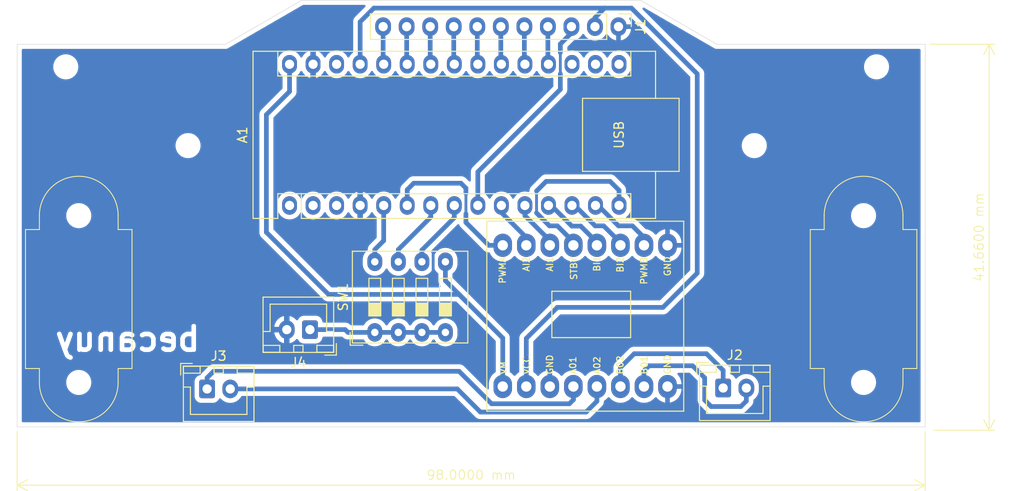
<source format=kicad_pcb>
(kicad_pcb (version 20241229) (generator "pcbnew") (generator_version "9.0")
  (layers (0 "F.Cu" signal) (2 "B.Cu" signal) (13 "F.Paste" user) (15 "B.Paste" user) (5 "F.SilkS" user "F.Silkscreen") (7 "B.SilkS" user "B.Silkscreen") (1 "F.Mask" user) (3 "B.Mask" user) (25 "Edge.Cuts" user))
  (net 0 "")
  (net 1 "GND")
  (net 2 "SW2")
  (net 3 "SENSOR5")
  (net 4 "AIN1")
  (net 5 "SENSOR3")
  (net 6 "BIN1")
  (net 7 "PWMA")
  (net 8 "BIN2")
  (net 9 "PWMB")
  (net 10 "SW1")
  (net 11 "SENSOR1")
  (net 12 "SENSOR2")
  (net 13 "5V")
  (net 14 "LED_CTRL")
  (net 15 "SENSOR7")
  (net 16 "POWER_SW")
  (net 17 "AIN2")
  (net 18 "SENSOR6")
  (net 19 "SENSOR8")
  (net 20 "SW3")
  (net 21 "SENSOR4")
  (net 22 "MOTORB2")
  (net 23 "MOTORB1")
  (net 24 "MOTORA2")
  (net 25 "MOTORA1")
  (net 33 "STBY")
  (net 34 "7.4V")
  (footprint "Connector_JST:JST_XH_B2B-XH-A_1x02_P2.50mm_Vertical" (layer "F.Cu") (at 206.8 248.57)
    (property "Reference" "J3" (at 1.25 -3.55 0) (layer "F.SilkS"))
    (property "Value" "Conn_01x02_Pin" (hide yes))
    (fp_line (start -2.85 -2.75) (end -2.85 -1.5) (stroke (width 0.12)) (layer "F.SilkS"))
    (fp_line (start -2.56 -2.46) (end -2.56 3.51) (stroke (width 0.12)) (layer "F.SilkS"))
    (fp_line (start -2.56 3.51) (end 5.06 3.51) (stroke (width 0.12)) (layer "F.SilkS"))
    (fp_line (start -2.55 -2.45) (end -2.55 -1.7) (stroke (width 0.12)) (layer "F.SilkS"))
    (fp_line (start -2.55 -1.7) (end -0.75 -1.7) (stroke (width 0.12)) (layer "F.SilkS"))
    (fp_line (start -2.55 -0.2) (end -1.8 -0.2) (stroke (width 0.12)) (layer "F.SilkS"))
    (fp_line (start -1.8 -0.2) (end -1.8 2.75) (stroke (width 0.12)) (layer "F.SilkS"))
    (fp_line (start -1.8 2.75) (end 1.25 2.75) (stroke (width 0.12)) (layer "F.SilkS"))
    (fp_line (start -1.6 -2.75) (end -2.85 -2.75) (stroke (width 0.12)) (layer "F.SilkS"))
    (fp_line (start -0.75 -2.45) (end -2.55 -2.45) (stroke (width 0.12)) (layer "F.SilkS"))
    (fp_line (start -0.75 -1.7) (end -0.75 -2.45) (stroke (width 0.12)) (layer "F.SilkS"))
    (fp_line (start 0.75 -2.45) (end 0.75 -1.7) (stroke (width 0.12)) (layer "F.SilkS"))
    (fp_line (start 0.75 -1.7) (end 1.75 -1.7) (stroke (width 0.12)) (layer "F.SilkS"))
    (fp_line (start 1.75 -2.45) (end 0.75 -2.45) (stroke (width 0.12)) (layer "F.SilkS"))
    (fp_line (start 1.75 -1.7) (end 1.75 -2.45) (stroke (width 0.12)) (layer "F.SilkS"))
    (fp_line (start 3.25 -2.45) (end 3.25 -1.7) (stroke (width 0.12)) (layer "F.SilkS"))
    (fp_line (start 3.25 -1.7) (end 5.05 -1.7) (stroke (width 0.12)) (layer "F.SilkS"))
    (fp_line (start 4.3 -0.2) (end 4.3 2.75) (stroke (width 0.12)) (layer "F.SilkS"))
    (fp_line (start 4.3 2.75) (end 1.25 2.75) (stroke (width 0.12)) (layer "F.SilkS"))
    (fp_line (start 5.05 -2.45) (end 3.25 -2.45) (stroke (width 0.12)) (layer "F.SilkS"))
    (fp_line (start 5.05 -1.7) (end 5.05 -2.45) (stroke (width 0.12)) (layer "F.SilkS"))
    (fp_line (start 5.05 -0.2) (end 4.3 -0.2) (stroke (width 0.12)) (layer "F.SilkS"))
    (fp_line (start 5.06 -2.46) (end -2.56 -2.46) (stroke (width 0.12)) (layer "F.SilkS"))
    (fp_line (start 5.06 3.51) (end 5.06 -2.46) (stroke (width 0.12)) (layer "F.SilkS"))
    (pad "1" thru_hole roundrect (at 0 0) (size 1.7 2) (drill 1) (layers "*.Cu" "*.Mask") (roundrect_rratio 0.147059) (net 25 "MOTORA1"))
    (pad "2" thru_hole oval (at 2.5 0) (size 1.7 2) (drill 1) (layers "*.Cu" "*.Mask") (net 24 "MOTORA2"))
  )
  (footprint "MountingHole:MountingHole_2.2mm_M2" (layer "F.Cu") (at 204.745265 222.31)
    (property "Reference" "REF**" (hide yes))
    (property "Value" "MountingHole_2.2mm_M2" (hide yes))
    (pad "" np_thru_hole circle (at 0 0) (size 2.2 2.2) (drill 2.2) (layers "*.Cu" "*.Mask"))
  )
  (footprint "Module:Arduino_Nano" (layer "F.Cu") (at 215.7 228.77 90)
    (property "Reference" "A1" (at 7.62 -5.08 90) (layer "F.SilkS"))
    (property "Value" "Arduino_Nano_v3.x" (hide yes))
    (fp_line (start 16.64 -3.94) (end -1.4 -3.94) (stroke (width 0.12)) (layer "F.SilkS"))
    (fp_line (start -1.4 -3.94) (end -1.4 -1.27) (stroke (width 0.12)) (layer "F.SilkS"))
    (fp_line (start 13.97 -1.27) (end 16.64 -1.27) (stroke (width 0.12)) (layer "F.SilkS"))
    (fp_line (start 13.97 -1.27) (end 13.97 36.83) (stroke (width 0.12)) (layer "F.SilkS"))
    (fp_line (start 1.27 -1.27) (end -1.4 -1.27) (stroke (width 0.12)) (layer "F.SilkS"))
    (fp_line (start 1.27 1.27) (end 1.27 -1.27) (stroke (width 0.12)) (layer "F.SilkS"))
    (fp_line (start 1.27 1.27) (end -1.4 1.27) (stroke (width 0.12)) (layer "F.SilkS"))
    (fp_line (start 1.27 1.27) (end 1.27 36.83) (stroke (width 0.12)) (layer "F.SilkS"))
    (fp_line (start -1.4 1.27) (end -1.4 39.5) (stroke (width 0.12)) (layer "F.SilkS"))
    (fp_line (start 11.56 31.62) (end 11.56 42.04) (stroke (width 0.12)) (layer "F.SilkS"))
    (fp_line (start 3.68 31.62) (end 11.56 31.62) (stroke (width 0.12)) (layer "F.SilkS"))
    (fp_line (start 13.97 36.83) (end 16.64 36.83) (stroke (width 0.12)) (layer "F.SilkS"))
    (fp_line (start 1.27 36.83) (end -1.4 36.83) (stroke (width 0.12)) (layer "F.SilkS"))
    (fp_line (start 16.64 39.5) (end 16.64 -3.94) (stroke (width 0.12)) (layer "F.SilkS"))
    (fp_line (start 16.64 39.5) (end 11.56 39.5) (stroke (width 0.12)) (layer "F.SilkS"))
    (fp_line (start -1.4 39.5) (end 3.68 39.5) (stroke (width 0.12)) (layer "F.SilkS"))
    (fp_line (start 11.56 42.04) (end 3.68 42.04) (stroke (width 0.12)) (layer "F.SilkS"))
    (fp_line (start 3.68 42.04) (end 3.68 31.62) (stroke (width 0.12)) (layer "F.SilkS"))
    (fp_text user "USB" (at 7.62 35.56 90) (layer "F.SilkS"))
    (pad "1" thru_hole oval (at 0 0 90) (size 2 1.6) (drill 1) (layers "*.Cu" "*.Mask") (thermal_bridge_width 0.6))
    (pad "2" thru_hole oval (at 0 2.54 90) (size 2 1.6) (drill 1) (layers "*.Cu" "*.Mask") (thermal_bridge_width 0.6))
    (pad "3" thru_hole oval (at 0 5.08 90) (size 2 1.6) (drill 1) (layers "*.Cu" "*.Mask") (thermal_bridge_width 0.6))
    (pad "4" thru_hole oval (at 0 7.62 90) (size 2 1.6) (drill 1) (layers "*.Cu" "*.Mask") (net 1 "GND") (thermal_bridge_width 0.6))
    (pad "5" thru_hole oval (at 0 10.16 90) (size 2 1.6) (drill 1) (layers "*.Cu" "*.Mask") (net 10 "SW1") (thermal_bridge_width 0.6))
    (pad "6" thru_hole oval (at 0 12.7 90) (size 2 1.6) (drill 1) (layers "*.Cu" "*.Mask") (net 7 "PWMA") (thermal_bridge_width 0.6))
    (pad "7" thru_hole oval (at 0 15.24 90) (size 2 1.6) (drill 1) (layers "*.Cu" "*.Mask") (net 2 "SW2") (thermal_bridge_width 0.6))
    (pad "8" thru_hole oval (at 0 17.78 90) (size 2 1.6) (drill 1) (layers "*.Cu" "*.Mask") (net 20 "SW3") (thermal_bridge_width 0.6))
    (pad "9" thru_hole oval (at 0 20.32 90) (size 2 1.6) (drill 1) (layers "*.Cu" "*.Mask") (net 14 "LED_CTRL") (thermal_bridge_width 0.6))
    (pad "10" thru_hole oval (at 0 22.86 90) (size 2 1.6) (drill 1) (layers "*.Cu" "*.Mask") (net 17 "AIN2") (thermal_bridge_width 0.6))
    (pad "11" thru_hole oval (at 0 25.4 90) (size 2 1.6) (drill 1) (layers "*.Cu" "*.Mask") (net 4 "AIN1") (thermal_bridge_width 0.6))
    (pad "12" thru_hole oval (at 0 27.94 90) (size 2 1.6) (drill 1) (layers "*.Cu" "*.Mask") (net 6 "BIN1") (thermal_bridge_width 0.6))
    (pad "13" thru_hole oval (at 0 30.48 90) (size 2 1.6) (drill 1) (layers "*.Cu" "*.Mask") (net 8 "BIN2") (thermal_bridge_width 0.6))
    (pad "14" thru_hole oval (at 0 33.02 90) (size 2 1.6) (drill 1) (layers "*.Cu" "*.Mask") (net 9 "PWMB") (thermal_bridge_width 0.6))
    (pad "15" thru_hole oval (at 0 35.56 90) (size 2 1.6) (drill 1) (layers "*.Cu" "*.Mask") (net 33 "STBY") (thermal_bridge_width 0.6))
    (pad "16" thru_hole oval (at 15.24 35.56 90) (size 2 1.6) (drill 1) (layers "*.Cu" "*.Mask") (thermal_bridge_width 0.6))
    (pad "17" thru_hole oval (at 15.24 33.02 90) (size 2 1.6) (drill 1) (layers "*.Cu" "*.Mask") (thermal_bridge_width 0.6))
    (pad "18" thru_hole oval (at 15.24 30.48 90) (size 2 1.6) (drill 1) (layers "*.Cu" "*.Mask") (thermal_bridge_width 0.6))
    (pad "19" thru_hole oval (at 15.24 27.94 90) (size 2 1.6) (drill 1) (layers "*.Cu" "*.Mask") (net 11 "SENSOR1") (thermal_bridge_width 0.6))
    (pad "20" thru_hole oval (at 15.24 25.4 90) (size 2 1.6) (drill 1) (layers "*.Cu" "*.Mask") (net 12 "SENSOR2") (thermal_bridge_width 0.6))
    (pad "21" thru_hole oval (at 15.24 22.86 90) (size 2 1.6) (drill 1) (layers "*.Cu" "*.Mask") (net 5 "SENSOR3") (thermal_bridge_width 0.6))
    (pad "22" thru_hole oval (at 15.24 20.32 90) (size 2 1.6) (drill 1) (layers "*.Cu" "*.Mask") (net 21 "SENSOR4") (thermal_bridge_width 0.6))
    (pad "23" thru_hole oval (at 15.24 17.78 90) (size 2 1.6) (drill 1) (layers "*.Cu" "*.Mask") (net 3 "SENSOR5") (thermal_bridge_width 0.6))
    (pad "24" thru_hole oval (at 15.24 15.24 90) (size 2 1.6) (drill 1) (layers "*.Cu" "*.Mask") (net 18 "SENSOR6") (thermal_bridge_width 0.6))
    (pad "25" thru_hole oval (at 15.24 12.7 90) (size 2 1.6) (drill 1) (layers "*.Cu" "*.Mask") (net 15 "SENSOR7") (thermal_bridge_width 0.6))
    (pad "26" thru_hole oval (at 15.24 10.16 90) (size 2 1.6) (drill 1) (layers "*.Cu" "*.Mask") (net 19 "SENSOR8") (thermal_bridge_width 0.6))
    (pad "27" thru_hole oval (at 15.24 7.62 90) (size 2 1.6) (drill 1) (layers "*.Cu" "*.Mask") (net 13 "5V") (thermal_bridge_width 0.6))
    (pad "28" thru_hole oval (at 15.24 5.08 90) (size 2 1.6) (drill 1) (layers "*.Cu" "*.Mask") (thermal_bridge_width 0.6))
    (pad "29" thru_hole oval (at 15.24 2.54 90) (size 2 1.6) (drill 1) (layers "*.Cu" "*.Mask") (net 1 "GND") (thermal_bridge_width 0.6))
    (pad "30" thru_hole oval (at 15.24 0 90) (size 2 1.6) (drill 1) (layers "*.Cu" "*.Mask") (net 16 "POWER_SW") (thermal_bridge_width 0.6))
  )
  (footprint "MountingHole:MountingHole_2.2mm_M2" (layer "F.Cu") (at 279.050005 213.81)
    (property "Reference" "REF**" (hide yes))
    (property "Value" "MountingHole_2.2mm_M2" (hide yes))
    (pad "" np_thru_hole circle (at 0 0) (size 2.2 2.2) (drill 2.2) (layers "*.Cu" "*.Mask"))
  )
  (footprint "Connector_JST:JST_XH_B2B-XH-A_1x02_P2.50mm_Vertical" (layer "F.Cu") (at 262.5 248.47)
    (property "Reference" "J2" (at 1.25 -3.55 0) (layer "F.SilkS"))
    (property "Value" "Conn_01x02_Pin" (hide yes))
    (fp_line (start -2.85 -2.75) (end -2.85 -1.5) (stroke (width 0.12)) (layer "F.SilkS"))
    (fp_line (start -2.56 -2.46) (end -2.56 3.51) (stroke (width 0.12)) (layer "F.SilkS"))
    (fp_line (start -2.56 3.51) (end 5.06 3.51) (stroke (width 0.12)) (layer "F.SilkS"))
    (fp_line (start -2.55 -2.45) (end -2.55 -1.7) (stroke (width 0.12)) (layer "F.SilkS"))
    (fp_line (start -2.55 -1.7) (end -0.75 -1.7) (stroke (width 0.12)) (layer "F.SilkS"))
    (fp_line (start -2.55 -0.2) (end -1.8 -0.2) (stroke (width 0.12)) (layer "F.SilkS"))
    (fp_line (start -1.8 -0.2) (end -1.8 2.75) (stroke (width 0.12)) (layer "F.SilkS"))
    (fp_line (start -1.8 2.75) (end 1.25 2.75) (stroke (width 0.12)) (layer "F.SilkS"))
    (fp_line (start -1.6 -2.75) (end -2.85 -2.75) (stroke (width 0.12)) (layer "F.SilkS"))
    (fp_line (start -0.75 -2.45) (end -2.55 -2.45) (stroke (width 0.12)) (layer "F.SilkS"))
    (fp_line (start -0.75 -1.7) (end -0.75 -2.45) (stroke (width 0.12)) (layer "F.SilkS"))
    (fp_line (start 0.75 -2.45) (end 0.75 -1.7) (stroke (width 0.12)) (layer "F.SilkS"))
    (fp_line (start 0.75 -1.7) (end 1.75 -1.7) (stroke (width 0.12)) (layer "F.SilkS"))
    (fp_line (start 1.75 -2.45) (end 0.75 -2.45) (stroke (width 0.12)) (layer "F.SilkS"))
    (fp_line (start 1.75 -1.7) (end 1.75 -2.45) (stroke (width 0.12)) (layer "F.SilkS"))
    (fp_line (start 3.25 -2.45) (end 3.25 -1.7) (stroke (width 0.12)) (layer "F.SilkS"))
    (fp_line (start 3.25 -1.7) (end 5.05 -1.7) (stroke (width 0.12)) (layer "F.SilkS"))
    (fp_line (start 4.3 -0.2) (end 4.3 2.75) (stroke (width 0.12)) (layer "F.SilkS"))
    (fp_line (start 4.3 2.75) (end 1.25 2.75) (stroke (width 0.12)) (layer "F.SilkS"))
    (fp_line (start 5.05 -2.45) (end 3.25 -2.45) (stroke (width 0.12)) (layer "F.SilkS"))
    (fp_line (start 5.05 -1.7) (end 5.05 -2.45) (stroke (width 0.12)) (layer "F.SilkS"))
    (fp_line (start 5.05 -0.2) (end 4.3 -0.2) (stroke (width 0.12)) (layer "F.SilkS"))
    (fp_line (start 5.06 -2.46) (end -2.56 -2.46) (stroke (width 0.12)) (layer "F.SilkS"))
    (fp_line (start 5.06 3.51) (end 5.06 -2.46) (stroke (width 0.12)) (layer "F.SilkS"))
    (pad "1" thru_hole roundrect (at 0 0) (size 1.7 2) (drill 1) (layers "*.Cu" "*.Mask") (roundrect_rratio 0.147059) (net 22 "MOTORB2"))
    (pad "2" thru_hole oval (at 2.5 0) (size 1.7 2) (drill 1) (layers "*.Cu" "*.Mask") (net 23 "MOTORB1"))
  )
  (footprint "Connector_PinHeader_2.54mm:PinHeader_1x11_P2.54mm_Vertical" (layer "F.Cu") (at 251.2 209.47 -90)
    (property "Reference" "J1" (at 0 -2.38 90) (layer "F.SilkS"))
    (property "Value" "Conn_01x11_Socket" (hide yes))
    (fp_line (start -1.38 26.78) (end 1.38 26.78) (stroke (width 0.12)) (layer "F.SilkS"))
    (fp_line (start -1.38 1.27) (end -1.38 26.78) (stroke (width 0.12)) (layer "F.SilkS"))
    (fp_line (start -1.38 1.27) (end 1.38 1.27) (stroke (width 0.12)) (layer "F.SilkS"))
    (fp_line (start 1.38 1.27) (end 1.38 26.78) (stroke (width 0.12)) (layer "F.SilkS"))
    (fp_line (start -1.38 0) (end -1.38 -1.38) (stroke (width 0.12)) (layer "F.SilkS"))
    (fp_line (start -1.38 -1.38) (end 0 -1.38) (stroke (width 0.12)) (layer "F.SilkS"))
    (pad "1" thru_hole oval (at 0 0 270) (size 2 1.7) (drill 1) (layers "*.Cu" "*.Mask") (net 1 "GND"))
    (pad "2" thru_hole oval (at 0 2.54 270) (size 2 1.7) (drill 1) (layers "*.Cu" "*.Mask") (net 13 "5V"))
    (pad "3" thru_hole oval (at 0 5.08 270) (size 2 1.7) (drill 1) (layers "*.Cu" "*.Mask") (net 14 "LED_CTRL"))
    (pad "4" thru_hole oval (at 0 7.62 270) (size 2 1.7) (drill 1) (layers "*.Cu" "*.Mask") (net 11 "SENSOR1"))
    (pad "5" thru_hole oval (at 0 10.16 270) (size 2 1.7) (drill 1) (layers "*.Cu" "*.Mask") (net 12 "SENSOR2"))
    (pad "6" thru_hole oval (at 0 12.7 270) (size 2 1.7) (drill 1) (layers "*.Cu" "*.Mask") (net 5 "SENSOR3"))
    (pad "7" thru_hole oval (at 0 15.24 270) (size 2 1.7) (drill 1) (layers "*.Cu" "*.Mask") (net 21 "SENSOR4"))
    (pad "8" thru_hole oval (at 0 17.78 270) (size 2 1.7) (drill 1) (layers "*.Cu" "*.Mask") (net 3 "SENSOR5"))
    (pad "9" thru_hole oval (at 0 20.32 270) (size 2 1.7) (drill 1) (layers "*.Cu" "*.Mask") (net 18 "SENSOR6"))
    (pad "10" thru_hole oval (at 0 22.86 270) (size 2 1.7) (drill 1) (layers "*.Cu" "*.Mask") (net 15 "SENSOR7"))
    (pad "11" thru_hole oval (at 0 25.4 270) (size 2 1.7) (drill 1) (layers "*.Cu" "*.Mask") (net 19 "SENSOR8"))
  )
  (footprint "MountingHole:MountingHole_2.2mm_M2" (layer "F.Cu") (at 191.550005 213.81)
    (property "Reference" "REF**" (hide yes))
    (property "Value" "MountingHole_2.2mm_M2" (hide yes))
    (pad "" np_thru_hole circle (at 0 0) (size 2.2 2.2) (drill 2.2) (layers "*.Cu" "*.Mask"))
  )
  (footprint "Connector_JST:JST_XH_B2B-XH-A_1x02_P2.50mm_Vertical" (layer "F.Cu") (at 217.9 242.17 180)
    (property "Reference" "J4" (at 1.25 -3.55 0) (layer "F.SilkS"))
    (property "Value" "Conn_01x02_Pin")
    (fp_line (start 5.06 3.51) (end 5.06 -2.46) (stroke (width 0.12)) (layer "F.SilkS"))
    (fp_line (start 5.06 -2.46) (end -2.56 -2.46) (stroke (width 0.12)) (layer "F.SilkS"))
    (fp_line (start 5.05 -0.2) (end 4.3 -0.2) (stroke (width 0.12)) (layer "F.SilkS"))
    (fp_line (start 5.05 -1.7) (end 5.05 -2.45) (stroke (width 0.12)) (layer "F.SilkS"))
    (fp_line (start 5.05 -2.45) (end 3.25 -2.45) (stroke (width 0.12)) (layer "F.SilkS"))
    (fp_line (start 4.3 2.75) (end 1.25 2.75) (stroke (width 0.12)) (layer "F.SilkS"))
    (fp_line (start 4.3 -0.2) (end 4.3 2.75) (stroke (width 0.12)) (layer "F.SilkS"))
    (fp_line (start 3.25 -1.7) (end 5.05 -1.7) (stroke (width 0.12)) (layer "F.SilkS"))
    (fp_line (start 3.25 -2.45) (end 3.25 -1.7) (stroke (width 0.12)) (layer "F.SilkS"))
    (fp_line (start 1.75 -1.7) (end 1.75 -2.45) (stroke (width 0.12)) (layer "F.SilkS"))
    (fp_line (start 1.75 -2.45) (end 0.75 -2.45) (stroke (width 0.12)) (layer "F.SilkS"))
    (fp_line (start 0.75 -1.7) (end 1.75 -1.7) (stroke (width 0.12)) (layer "F.SilkS"))
    (fp_line (start 0.75 -2.45) (end 0.75 -1.7) (stroke (width 0.12)) (layer "F.SilkS"))
    (fp_line (start -0.75 -1.7) (end -0.75 -2.45) (stroke (width 0.12)) (layer "F.SilkS"))
    (fp_line (start -0.75 -2.45) (end -2.55 -2.45) (stroke (width 0.12)) (layer "F.SilkS"))
    (fp_line (start -1.6 -2.75) (end -2.85 -2.75) (stroke (width 0.12)) (layer "F.SilkS"))
    (fp_line (start -1.8 2.75) (end 1.25 2.75) (stroke (width 0.12)) (layer "F.SilkS"))
    (fp_line (start -1.8 -0.2) (end -1.8 2.75) (stroke (width 0.12)) (layer "F.SilkS"))
    (fp_line (start -2.55 -0.2) (end -1.8 -0.2) (stroke (width 0.12)) (layer "F.SilkS"))
    (fp_line (start -2.55 -1.7) (end -0.75 -1.7) (stroke (width 0.12)) (layer "F.SilkS"))
    (fp_line (start -2.55 -2.45) (end -2.55 -1.7) (stroke (width 0.12)) (layer "F.SilkS"))
    (fp_line (start -2.56 3.51) (end 5.06 3.51) (stroke (width 0.12)) (layer "F.SilkS"))
    (fp_line (start -2.56 -2.46) (end -2.56 3.51) (stroke (width 0.12)) (layer "F.SilkS"))
    (fp_line (start -2.85 -2.75) (end -2.85 -1.5) (stroke (width 0.12)) (layer "F.SilkS"))
    (pad "1" thru_hole roundrect (at 0 0 180) (size 1.7 2) (drill 1) (layers "*.Cu" "*.Mask") (roundrect_rratio 0.147059) (net 34 "7.4V"))
    (pad "2" thru_hole oval (at 2.5 0 180) (size 1.7 2) (drill 1) (layers "*.Cu" "*.Mask") (net 1 "GND") (thermal_bridge_width 0.6))
  )
  (footprint "Custom_Footprints:TB6612FNG" (layer "F.Cu") (at 234.7 240.47 90)
    (property "Reference" "U1" (hide yes))
    (property "Value" "~")
    (fp_line (start 10 2.29) (end 10 23.54) (stroke (width 0.12)) (layer "F.SilkS"))
    (fp_line (start -10.5 2.29) (end 10 2.29) (stroke (width 0.12)) (layer "F.SilkS"))
    (fp_line (start 2.44 9.31) (end 2.44 17.81) (stroke (width 0.12)) (layer "F.SilkS"))
    (fp_line (start -2.56 9.31) (end 2.44 9.31) (stroke (width 0.12)) (layer "F.SilkS"))
    (fp_line (start 2.44 17.81) (end -2.56 17.81) (stroke (width 0.12)) (layer "F.SilkS"))
    (fp_line (start -2.56 17.81) (end -2.56 9.31) (stroke (width 0.12)) (layer "F.SilkS"))
    (fp_line (start 10 23.54) (end -10.5 23.54) (stroke (width 0.12)) (layer "F.SilkS"))
    (fp_line (start -10.5 23.54) (end -10.5 2.29) (stroke (width 0.12)) (layer "F.SilkS"))
    (fp_text user "GND" (at -6.6 9.49 90) (layer "F.SilkS") (effects (font (size 0.69088 0.69088) (thickness 0.12192)) (justify left bottom)))
    (fp_text user "VM" (at -6.6 4.49 90) (layer "F.SilkS") (effects (font (size 0.69088 0.69088) (thickness 0.12192)) (justify left bottom)))
    (fp_text user "GND" (at 4 22.1964 90) (layer "F.SilkS") (effects (font (size 0.69088 0.69088) (thickness 0.12192)) (justify left bottom)))
    (fp_text user "A02" (at -6.6 14.59 90) (layer "F.SilkS") (effects (font (size 0.69088 0.69088) (thickness 0.12192)) (justify left bottom)))
    (fp_text user "VCC" (at -6.6 6.99 90) (layer "F.SilkS") (effects (font (size 0.69088 0.69088) (thickness 0.12192)) (justify left bottom)))
    (fp_text user "AI1" (at 4.5 9.49 90) (layer "F.SilkS") (effects (font (size 0.69088 0.69088) (thickness 0.12192)) (justify left bottom)))
    (fp_text user "STBY" (at 3.6 12.09 90) (layer "F.SilkS") (effects (font (size 0.69088 0.69088) (thickness 0.12192)) (justify left bottom)))
    (fp_text user "GND" (at -6.6 22.19 90) (layer "F.SilkS") (effects (font (size 0.69088 0.69088) (thickness 0.12192)) (justify left bottom)))
    (fp_text user "B02" (at -6.6 17.09 90) (layer "F.SilkS") (effects (font (size 0.69088 0.69088) (thickness 0.12192)) (justify left bottom)))
    (fp_text user "BI2" (at 4.4 17.09 90) (layer "F.SilkS") (effects (font (size 0.69088 0.69088) (thickness 0.12192)) (justify left bottom)))
    (fp_text user "AI2" (at 4.5 6.9564 90) (layer "F.SilkS") (effects (font (size 0.69088 0.69088) (thickness 0.12192)) (justify left bottom)))
    (fp_text user "A01" (at -6.6 11.99 90) (layer "F.SilkS") (effects (font (size 0.69088 0.69088) (thickness 0.12192)) (justify left bottom)))
    (fp_text user "PWMB" (at 3.1 19.6564 90) (layer "F.SilkS") (effects (font (size 0.69088 0.69088) (thickness 0.12192)) (justify left bottom)))
    (fp_text user "B01" (at -6.6 19.69 90) (layer "F.SilkS") (effects (font (size 0.69088 0.69088) (thickness 0.12192)) (justify left bottom)))
    (fp_text user "PWMA" (at 3.2 4.39 90) (layer "F.SilkS") (effects (font (size 0.69088 0.69088) (thickness 0.12192)) (justify left bottom)))
    (fp_text user "BI1" (at 4.5 14.5764 90) (layer "F.SilkS") (effects (font (size 0.69088 0.69088) (thickness 0.12192)) (justify left bottom)))
    (pad "1" thru_hole oval (at -7.84 4.01) (size 2 2.5) (drill 1.1176) (layers "*.Cu" "*.Mask") (net 16 "POWER_SW"))
    (pad "2" thru_hole oval (at -7.84 6.55) (size 2 2.5) (drill 1.1176) (layers "*.Cu" "*.Mask") (net 13 "5V"))
    (pad "3" thru_hole oval (at -7.84 9.09) (size 2 2.5) (drill 1.1176) (layers "*.Cu" "*.Mask") (net 1 "GND"))
    (pad "4" thru_hole oval (at -7.84 11.63) (size 2 2.5) (drill 1.1176) (layers "*.Cu" "*.Mask") (net 25 "MOTORA1"))
    (pad "5" thru_hole oval (at -7.84 14.17) (size 2 2.5) (drill 1.1176) (layers "*.Cu" "*.Mask") (net 24 "MOTORA2"))
    (pad "6" thru_hole oval (at -7.84 16.71) (size 2 2.5) (drill 1.1176) (layers "*.Cu" "*.Mask") (net 22 "MOTORB2"))
    (pad "7" thru_hole oval (at -7.84 19.25) (size 2 2.5) (drill 1.1176) (layers "*.Cu" "*.Mask") (net 23 "MOTORB1"))
    (pad "8" thru_hole oval (at -7.84 21.79) (size 2 2.5) (drill 1.1176) (layers "*.Cu" "*.Mask") (net 1 "GND"))
    (pad "9" thru_hole oval (at 7.4 21.79) (size 2 2.5) (drill 1.1176) (layers "*.Cu" "*.Mask") (net 1 "GND"))
    (pad "10" thru_hole oval (at 7.4 19.25) (size 2 2.5) (drill 1.1176) (layers "*.Cu" "*.Mask") (net 9 "PWMB"))
    (pad "11" thru_hole oval (at 7.4 16.71) (size 2 2.5) (drill 1.1176) (layers "*.Cu" "*.Mask") (net 8 "BIN2"))
    (pad "12" thru_hole oval (at 7.4 14.17) (size 2 2.5) (drill 1.1176) (layers "*.Cu" "*.Mask") (net 6 "BIN1"))
    (pad "13" thru_hole oval (at 7.4 11.63) (size 2 2.5) (drill 1.1176) (layers "*.Cu" "*.Mask") (net 33 "STBY"))
    (pad "14" thru_hole oval (at 7.4 9.09) (size 2 2.5) (drill 1.1176) (layers "*.Cu" "*.Mask") (net 4 "AIN1"))
    (pad "15" thru_hole oval (at 7.4 6.55) (size 2 2.5) (drill 1.1176) (layers "*.Cu" "*.Mask") (net 17 "AIN2"))
    (pad "16" thru_hole oval (at 7.4 4.01) (size 2 2.5) (drill 1.1176) (layers "*.Cu" "*.Mask") (net 7 "PWMA"))
  )
  (footprint "MountingHole:MountingHole_2.2mm_M2" (layer "F.Cu") (at 265.854745 222.309999)
    (property "Reference" "REF**" (hide yes))
    (property "Value" "MountingHole_2.2mm_M2" (hide yes))
    (pad "" np_thru_hole circle (at 0 0) (size 2.2 2.2) (drill 2.2) (layers "*.Cu" "*.Mask"))
  )
  (footprint "Custom_Footprints:N20_Motor_Bracket" (layer "F.Cu") (at 184.7 238.87 90)
    (property "Reference" "REF**" (hide yes))
    (property "Value" "N20_Motor_Bracket" (hide yes))
    (fp_line (start -7.5 2.5) (end 7.5 2.5) (stroke (width 0.1)) (layer "F.SilkS"))
    (fp_line (start -7.5 2.5) (end -7.5 4) (stroke (width 0.1)) (layer "F.SilkS"))
    (fp_line (start 9 4) (end 7.5 4) (stroke (width 0.1)) (layer "F.SilkS"))
    (fp_line (start 7.5 4) (end 7.5 2.5) (stroke (width 0.1)) (layer "F.SilkS"))
    (fp_line (start -7.5 4) (end -9 4) (stroke (width 0.1)) (layer "F.SilkS"))
    (fp_line (start 7.5 12.5) (end 9 12.5) (stroke (width 0.1)) (layer "F.SilkS"))
    (fp_line (start -7.5 12.5) (end -7.5 14) (stroke (width 0.1)) (layer "F.SilkS"))
    (fp_line (start -9 12.5) (end -7.5 12.5) (stroke (width 0.1)) (layer "F.SilkS"))
    (fp_line (start 7.5 14) (end 7.5 12.5) (stroke (width 0.1)) (layer "F.SilkS"))
    (fp_line (start 7.5 14) (end -7.5 14) (stroke (width 0.1)) (layer "F.SilkS"))
    (fp_arc (start 9 4) (mid 13.25 8.25) (end 9 12.5) (stroke (width 0.1)) (layer "F.SilkS"))
    (fp_arc (start -9 12.5) (mid -13.25 8.25) (end -9 4) (stroke (width 0.1)) (layer "F.SilkS"))
    (pad "" np_thru_hole circle (at -9 8.25 90) (size 2.2 2.2) (drill 2.2) (layers "*.Cu" "*.Mask"))
    (pad "" np_thru_hole circle (at 9 8.25 90) (size 2.2 2.2) (drill 2.2) (layers "*.Cu" "*.Mask"))
  )
  (footprint "Button_Switch_THT:SW_DIP_SPSTx04_Slide_9.78x12.34mm_W7.62mm_P2.54mm" (layer "F.Cu") (at 224.9 242.47 90)
    (property "Reference" "SW1" (at 3.81 -3.42 90) (layer "F.SilkS"))
    (property "Value" "SW_DIP_x04")
    (fp_line (start -1.38 -2.66) (end 0.003 -2.66) (stroke (width 0.12)) (layer "F.SilkS"))
    (fp_line (start -1.38 -2.66) (end -1.38 -1.277) (stroke (width 0.12)) (layer "F.SilkS"))
    (fp_line (start 8.76 -2.42) (end 8.76 10.04) (stroke (width 0.12)) (layer "F.SilkS"))
    (fp_line (start -1.14 -2.42) (end 8.76 -2.42) (stroke (width 0.12)) (layer "F.SilkS"))
    (fp_line (start -1.14 -2.42) (end -1.14 10.04) (stroke (width 0.12)) (layer "F.SilkS"))
    (fp_line (start 3.133333 -0.635) (end 3.133333 0.635) (stroke (width 0.12)) (layer "F.SilkS"))
    (fp_line (start 3.133333 1.905) (end 3.133333 3.175) (stroke (width 0.12)) (layer "F.SilkS"))
    (fp_line (start 3.133333 4.445) (end 3.133333 5.715) (stroke (width 0.12)) (layer "F.SilkS"))
    (fp_line (start 3.133333 6.985) (end 3.133333 8.255) (stroke (width 0.12)) (layer "F.SilkS"))
    (fp_line (start -1.14 10.04) (end 8.76 10.04) (stroke (width 0.12)) (layer "F.SilkS"))
    (fp_rect (start 1.78 -0.635) (end 5.84 0.635) (stroke (width 0.12)) (fill no) (layer "F.SilkS"))
    (fp_rect (start 1.78 -0.635) (end 3.133333 0.635) (stroke (width 0.12)) (fill yes) (layer "F.SilkS"))
    (fp_rect (start 1.78 1.905) (end 5.84 3.175) (stroke (width 0.12)) (fill no) (layer "F.SilkS"))
    (fp_rect (start 1.78 1.905) (end 3.133333 3.175) (stroke (width 0.12)) (fill yes) (layer "F.SilkS"))
    (fp_rect (start 1.78 4.445) (end 5.84 5.715) (stroke (width 0.12)) (fill no) (layer "F.SilkS"))
    (fp_rect (start 1.78 4.445) (end 3.133333 5.715) (stroke (width 0.12)) (fill yes) (layer "F.SilkS"))
    (fp_rect (start 1.78 6.985) (end 5.84 8.255) (stroke (width 0.12)) (fill no) (layer "F.SilkS"))
    (fp_rect (start 1.78 6.985) (end 3.133333 8.255) (stroke (width 0.12)) (fill yes) (layer "F.SilkS"))
    (pad "1" thru_hole oval (at 0 0 90) (size 2 1.6) (drill 0.8) (layers "*.Cu" "*.Mask") (net 34 "7.4V"))
    (pad "2" thru_hole oval (at 0 2.54 90) (size 2 1.6) (drill 0.8) (layers "*.Cu" "*.Mask") (net 34 "7.4V"))
    (pad "3" thru_hole oval (at 0 5.08 90) (size 2 1.6) (drill 0.8) (layers "*.Cu" "*.Mask") (net 34 "7.4V"))
    (pad "4" thru_hole oval (at 0 7.62 90) (size 2 1.6) (drill 0.8) (layers "*.Cu" "*.Mask") (net 34 "7.4V"))
    (pad "5" thru_hole oval (at 7.62 7.62 90) (size 2 1.6) (drill 0.8) (layers "*.Cu" "*.Mask") (net 16 "POWER_SW"))
    (pad "6" thru_hole oval (at 7.62 5.08 90) (size 2 1.6) (drill 0.8) (layers "*.Cu" "*.Mask") (net 20 "SW3"))
    (pad "7" thru_hole oval (at 7.62 2.54 90) (size 2 1.6) (drill 0.8) (layers "*.Cu" "*.Mask") (net 2 "SW2"))
    (pad "8" thru_hole oval (at 7.62 0 90) (size 2 1.6) (drill 0.8) (layers "*.Cu" "*.Mask") (net 10 "SW1"))
  )
  (footprint "Custom_Footprints:N20_Motor_Bracket" (layer "F.Cu") (at 269.4 238.87 90)
    (property "Reference" "REF**" (hide yes))
    (property "Value" "N20_Motor_Bracket" (hide yes))
    (fp_line (start -7.5 2.5) (end 7.5 2.5) (stroke (width 0.1)) (layer "F.SilkS"))
    (fp_line (start -7.5 2.5) (end -7.5 4) (stroke (width 0.1)) (layer "F.SilkS"))
    (fp_line (start 9 4) (end 7.5 4) (stroke (width 0.1)) (layer "F.SilkS"))
    (fp_line (start 7.5 4) (end 7.5 2.5) (stroke (width 0.1)) (layer "F.SilkS"))
    (fp_line (start -7.5 4) (end -9 4) (stroke (width 0.1)) (layer "F.SilkS"))
    (fp_line (start 7.5 12.5) (end 9 12.5) (stroke (width 0.1)) (layer "F.SilkS"))
    (fp_line (start -7.5 12.5) (end -7.5 14) (stroke (width 0.1)) (layer "F.SilkS"))
    (fp_line (start -9 12.5) (end -7.5 12.5) (stroke (width 0.1)) (layer "F.SilkS"))
    (fp_line (start 7.5 14) (end 7.5 12.5) (stroke (width 0.1)) (layer "F.SilkS"))
    (fp_line (start 7.5 14) (end -7.5 14) (stroke (width 0.1)) (layer "F.SilkS"))
    (fp_arc (start 9 4) (mid 13.25 8.25) (end 9 12.5) (stroke (width 0.1)) (layer "F.SilkS"))
    (fp_arc (start -9 12.5) (mid -13.25 8.25) (end -9 4) (stroke (width 0.1)) (layer "F.SilkS"))
    (pad "" np_thru_hole circle (at -9 8.25 90) (size 2.2 2.2) (drill 2.2) (layers "*.Cu" "*.Mask"))
    (pad "" np_thru_hole circle (at 9 8.25 90) (size 2.2 2.2) (drill 2.2) (layers "*.Cu" "*.Mask"))
  )
  (gr_line (start 261.8 211.37) (end 253.572759 206.62) (stroke (width 0.05)) (layer "Edge.Cuts"))
  (gr_line (start 284.3 252.67) (end 284.3 211.37) (stroke (width 0.05)) (layer "Edge.Cuts"))
  (gr_line (start 217.02725 206.620014) (end 253.572759 206.62) (stroke (width 0.05)) (layer "Edge.Cuts"))
  (gr_line (start 284.3 211.37) (end 261.8 211.37) (stroke (width 0.05)) (layer "Edge.Cuts"))
  (gr_line (start 186.3 211.37) (end 208.8 211.37) (stroke (width 0.05)) (layer "Edge.Cuts"))
  (gr_line (start 284.3 252.67) (end 186.3 252.67) (stroke (width 0.05)) (layer "Edge.Cuts"))
  (gr_line (start 208.8 211.37) (end 217.02725 206.620014) (stroke (width 0.05)) (layer "Edge.Cuts"))
  (gr_line (start 186.3 211.37) (end 186.3 252.67) (stroke (width 0.05)) (layer "Edge.Cuts"))
  (gr_text "becanuy" (at 206.3 244.67 0) (layer "B.Cu" knockout) (effects (font (size 2.54 2.54) (thickness 0.508) (bold yes)) (justify left bottom mirror)))
  (dimension (type orthogonal) (layer "F.SilkS") (pts (xy 284.3 252.67) (xy 186.3 252.67)) (height 6.29) (orientation 0) (format (prefix "") (suffix "") (units 3) (units_format 1) (precision 4)) (style (thickness 0.1) (arrow_length 1.27) (text_position_mode 0) (arrow_direction outward) (extension_height 0.58642) (extension_offset 0.5) (keep_text_aligned yes)) (gr_text "3858.2677 mils" (at 235.3 257.86 0) (layer "F.SilkS") (effects (font (size 1 1) (thickness 0.1)))))
  (dimension (type orthogonal) (layer "F.SilkS") (pts (xy 284.72 253.03) (xy 284.3 211.37)) (height 6.49) (orientation 1) (format (prefix "") (suffix "") (units 3) (units_format 1) (precision 4)) (style (thickness 0.1) (arrow_length 1.27) (text_position_mode 0) (arrow_direction outward) (extension_height 0.58642) (extension_offset 0.5) (keep_text_aligned yes)) (gr_text "1640.1575 mils" (at 290.11 232.2 90) (layer "F.SilkS") (effects (font (size 1 1) (thickness 0.1)))))
  (segment (start 233.8 232.77) (end 233.1 232.77) (width 0.508) (layer "B.Cu") (net 1))
  (segment (start 237.2 236.17) (end 234.4 233.37) (width 0.508) (layer "B.Cu") (net 1))
  (segment (start 256.49 233.07) (end 256.49 235.48) (width 0.508) (layer "B.Cu") (net 1))
  (segment (start 234.4 233.37) (end 233.8 232.77) (width 0.508) (layer "B.Cu") (net 1))
  (segment (start 223.32 236.39) (end 223.9 236.97) (width 0.381) (layer "B.Cu") (net 1))
  (segment (start 218.24 213.53) (end 218.24 217.61) (width 0.508) (layer "B.Cu") (net 1))
  (segment (start 218.24 217.61) (end 223.32 222.69) (width 0.508) (layer "B.Cu") (net 1))
  (segment (start 223.32 222.69) (end 223.32 228.77) (width 0.508) (layer "B.Cu") (net 1))
  (segment (start 230.4 236.97) (end 231.2 236.17) (width 0.381) (layer "B.Cu") (net 1))
  (segment (start 231.2 233.77) (end 232.2 232.77) (width 0.381) (layer "B.Cu") (net 1))
  (segment (start 256.49 235.48) (end 255.8 236.17) (width 0.508) (layer "B.Cu") (net 1))
  (segment (start 232.2 232.77) (end 233.1 232.77) (width 0.381) (layer "B.Cu") (net 1))
  (segment (start 223.32 228.77) (end 223.32 236.39) (width 0.381) (layer "B.Cu") (net 1))
  (segment (start 223.9 236.97) (end 230.4 236.97) (width 0.381) (layer "B.Cu") (net 1))
  (segment (start 255.8 236.17) (end 237.2 236.17) (width 0.508) (layer "B.Cu") (net 1))
  (segment (start 231.2 236.17) (end 231.2 233.77) (width 0.3048) (layer "B.Cu") (net 1))
  (segment (start 227.44 233.53) (end 227.44 234.85) (width 0.508) (layer "B.Cu") (net 2))
  (segment (start 230.94 228.77) (end 230.94 230.03) (width 0.508) (layer "B.Cu") (net 2))
  (segment (start 230.94 230.03) (end 227.44 233.53) (width 0.508) (layer "B.Cu") (net 2))
  (segment (start 233.48 213.23) (end 233.48 213.53) (width 0.508) (layer "B.Cu") (net 3))
  (segment (start 233.42 213.17) (end 233.48 213.23) (width 0.508) (layer "B.Cu") (net 3))
  (segment (start 233.42 209.47) (end 233.42 213.17) (width 0.508) (layer "B.Cu") (net 3))
  (segment (start 241.1 229.87) (end 241.1 228.77) (width 0.508) (layer "B.Cu") (net 4))
  (segment (start 243.79 233.07) (end 243.7 232.98) (width 0.508) (layer "B.Cu") (net 4))
  (segment (start 243.7 232.47) (end 241.1 229.87) (width 0.508) (layer "B.Cu") (net 4))
  (segment (start 243.7 232.98) (end 243.7 232.47) (width 0.508) (layer "B.Cu") (net 4))
  (segment (start 238.5 213.17) (end 238.56 213.23) (width 0.508) (layer "B.Cu") (net 5))
  (segment (start 238.56 213.23) (end 238.56 213.53) (width 0.508) (layer "B.Cu") (net 5))
  (segment (start 238.5 209.47) (end 238.5 213.17) (width 0.508) (layer "B.Cu") (net 5))
  (segment (start 248.87 232.74) (end 247.13 231) (width 0.508) (layer "B.Cu") (net 6))
  (segment (start 246.17 231) (end 243.94 228.77) (width 0.508) (layer "B.Cu") (net 6))
  (segment (start 243.94 228.77) (end 243.64 228.77) (width 0.508) (layer "B.Cu") (net 6))
  (segment (start 248.87 233.07) (end 248.87 232.74) (width 0.508) (layer "B.Cu") (net 6))
  (segment (start 247.13 231) (end 246.17 231) (width 0.508) (layer "B.Cu") (net 6))
  (segment (start 228.4 227.07) (end 228.4 228.77) (width 0.508) (layer "B.Cu") (net 7))
  (segment (start 237.2 233.07) (end 238.71 233.07) (width 0.508) (layer "B.Cu") (net 7))
  (segment (start 234.735 226.905) (end 234.2 226.37) (width 0.508) (layer "B.Cu") (net 7))
  (segment (start 234.735 229.67) (end 234.735 230.605) (width 0.508) (layer "B.Cu") (net 7))
  (segment (start 234.735 227.47) (end 234.735 226.905) (width 0.508) (layer "B.Cu") (net 7))
  (segment (start 234.735 229.67) (end 234.735 227.47) (width 0.3048) (layer "B.Cu") (net 7))
  (segment (start 234.735 230.605) (end 237.2 233.07) (width 0.508) (layer "B.Cu") (net 7))
  (segment (start 229.1 226.37) (end 228.4 227.07) (width 0.508) (layer "B.Cu") (net 7))
  (segment (start 234.2 226.37) (end 229.1 226.37) (width 0.508) (layer "B.Cu") (net 7))
  (segment (start 248.68 230.97) (end 246.48 228.77) (width 0.508) (layer "B.Cu") (net 8))
  (segment (start 249.6 230.97) (end 248.68 230.97) (width 0.508) (layer "B.Cu") (net 8))
  (segment (start 251.41 233.07) (end 251.41 232.78) (width 0.508) (layer "B.Cu") (net 8))
  (segment (start 251.41 232.78) (end 249.6 230.97) (width 0.508) (layer "B.Cu") (net 8))
  (segment (start 246.48 228.77) (end 246.18 228.77) (width 0.508) (layer "B.Cu") (net 8))
  (segment (start 253.95 233.07) (end 253.95 232.22) (width 0.508) (layer "B.Cu") (net 9))
  (segment (start 253.95 232.22) (end 252.7 230.97) (width 0.508) (layer "B.Cu") (net 9))
  (segment (start 251.2 230.97) (end 249 228.77) (width 0.508) (layer "B.Cu") (net 9))
  (segment (start 252.7 230.97) (end 251.2 230.97) (width 0.508) (layer "B.Cu") (net 9))
  (segment (start 249 228.77) (end 248.72 228.77) (width 0.508) (layer "B.Cu") (net 9))
  (segment (start 225.86 232.57) (end 224.9 233.53) (width 0.508) (layer "B.Cu") (net 10))
  (segment (start 224.9 233.53) (end 224.9 234.85) (width 0.508) (layer "B.Cu") (net 10))
  (segment (start 225.86 228.77) (end 225.86 232.57) (width 0.508) (layer "B.Cu") (net 10))
  (segment (start 243.58 209.47) (end 243.58 213.17) (width 0.508) (layer "B.Cu") (net 11))
  (segment (start 243.58 213.17) (end 243.64 213.23) (width 0.508) (layer "B.Cu") (net 11))
  (segment (start 243.64 213.23) (end 243.64 213.53) (width 0.508) (layer "B.Cu") (net 11))
  (segment (start 241.04 213.17) (end 241.1 213.23) (width 0.508) (layer "B.Cu") (net 12))
  (segment (start 241.1 213.23) (end 241.1 213.53) (width 0.508) (layer "B.Cu") (net 12))
  (segment (start 241.04 209.47) (end 241.04 213.17) (width 0.508) (layer "B.Cu") (net 12))
  (segment (start 223.32 208.95) (end 224.8 207.47) (width 0.508) (layer "B.Cu") (net 13))
  (segment (start 223.32 213.53) (end 223.32 208.95) (width 0.508) (layer "B.Cu") (net 13))
  (segment (start 259.7 214.57) (end 259.7 236.07) (width 0.508) (layer "B.Cu") (net 13))
  (segment (start 241.25 243.12) (end 241.25 248.31) (width 0.508) (layer "B.Cu") (net 13))
  (segment (start 248.66 208.51) (end 249.7 207.47) (width 0.508) (layer "B.Cu") (net 13))
  (segment (start 249.7 207.47) (end 252.6 207.47) (width 0.508) (layer "B.Cu") (net 13))
  (segment (start 259.7 236.07) (end 256 239.77) (width 0.508) (layer "B.Cu") (net 13))
  (segment (start 244.6 239.77) (end 241.25 243.12) (width 0.508) (layer "B.Cu") (net 13))
  (segment (start 256 239.77) (end 244.6 239.77) (width 0.508) (layer "B.Cu") (net 13))
  (segment (start 252.6 207.47) (end 259.7 214.57) (width 0.508) (layer "B.Cu") (net 13))
  (segment (start 224.8 207.47) (end 249.7 207.47) (width 0.508) (layer "B.Cu") (net 13))
  (segment (start 248.66 209.47) (end 248.66 208.51) (width 0.508) (layer "B.Cu") (net 13))
  (segment (start 244.925 212.27) (end 244.925 214.57) (width 0.3048) (layer "B.Cu") (net 14))
  (segment (start 236.02 225.15) (end 236.02 228.77) (width 0.508) (layer "B.Cu") (net 14))
  (segment (start 246.12 209.47) (end 246.12 210.15) (width 0.508) (layer "B.Cu") (net 14))
  (segment (start 244.925 216.245) (end 236.02 225.15) (width 0.508) (layer "B.Cu") (net 14))
  (segment (start 244.925 211.345) (end 244.925 212.27) (width 0.508) (layer "B.Cu") (net 14))
  (segment (start 246.12 210.15) (end 244.925 211.345) (width 0.508) (layer "B.Cu") (net 14))
  (segment (start 244.925 214.57) (end 244.925 216.245) (width 0.508) (layer "B.Cu") (net 14))
  (segment (start 228.34 213.17) (end 228.4 213.23) (width 0.508) (layer "B.Cu") (net 15))
  (segment (start 228.34 209.47) (end 228.34 213.17) (width 0.508) (layer "B.Cu") (net 15))
  (segment (start 228.4 213.23) (end 228.4 213.53) (width 0.508) (layer "B.Cu") (net 15))
  (segment (start 215.7 213.53) (end 215.7 216.47) (width 0.508) (layer "B.Cu") (net 16))
  (segment (start 238.71 243.08) (end 234.75 239.12) (width 0.508) (layer "B.Cu") (net 16))
  (segment (start 219.9 238.37) (end 234 238.37) (width 0.508) (layer "B.Cu") (net 16))
  (segment (start 213.2 218.97) (end 213.2 231.67) (width 0.508) (layer "B.Cu") (net 16))
  (segment (start 238.71 248.31) (end 238.71 243.08) (width 0.508) (layer "B.Cu") (net 16))
  (segment (start 234.75 239.12) (end 232.52 236.89) (width 0.508) (layer "B.Cu") (net 16))
  (segment (start 234 238.37) (end 234.75 239.12) (width 0.508) (layer "B.Cu") (net 16))
  (segment (start 232.52 236.89) (end 232.52 234.85) (width 0.508) (layer "B.Cu") (net 16))
  (segment (start 213.2 231.67) (end 219.9 238.37) (width 0.508) (layer "B.Cu") (net 16))
  (segment (start 215.7 216.47) (end 213.2 218.97) (width 0.508) (layer "B.Cu") (net 16))
  (segment (start 238.56 229.53) (end 238.56 228.77) (width 0.508) (layer "B.Cu") (net 17))
  (segment (start 241.25 232.22) (end 238.56 229.53) (width 0.508) (layer "B.Cu") (net 17))
  (segment (start 241.25 233.07) (end 241.25 232.22) (width 0.508) (layer "B.Cu") (net 17))
  (segment (start 230.88 213.17) (end 230.94 213.23) (width 0.508) (layer "B.Cu") (net 18))
  (segment (start 230.94 213.23) (end 230.94 213.53) (width 0.508) (layer "B.Cu") (net 18))
  (segment (start 230.88 209.47) (end 230.88 213.17) (width 0.508) (layer "B.Cu") (net 18))
  (segment (start 225.8 213.17) (end 225.86 213.23) (width 0.508) (layer "B.Cu") (net 19))
  (segment (start 225.86 213.23) (end 225.86 213.53) (width 0.508) (layer "B.Cu") (net 19))
  (segment (start 225.8 209.47) (end 225.8 213.17) (width 0.508) (layer "B.Cu") (net 19))
  (segment (start 229.98 233.59) (end 229.98 234.85) (width 0.508) (layer "B.Cu") (net 20))
  (segment (start 233.48 228.77) (end 233.48 230.09) (width 0.508) (layer "B.Cu") (net 20))
  (segment (start 233.48 230.09) (end 229.98 233.59) (width 0.508) (layer "B.Cu") (net 20))
  (segment (start 236.02 213.23) (end 236.02 213.53) (width 0.508) (layer "B.Cu") (net 21))
  (segment (start 235.96 209.47) (end 235.96 213.17) (width 0.508) (layer "B.Cu") (net 21))
  (segment (start 235.96 213.17) (end 236.02 213.23) (width 0.508) (layer "B.Cu") (net 21))
  (segment (start 262.5 246.57) (end 262.5 248.47) (width 0.508) (layer "B.Cu") (net 22))
  (segment (start 252.9 244.77) (end 260.7 244.77) (width 0.508) (layer "B.Cu") (net 22))
  (segment (start 260.7 244.77) (end 262.5 246.57) (width 0.508) (layer "B.Cu") (net 22))
  (segment (start 251.41 248.31) (end 251.41 246.26) (width 0.508) (layer "B.Cu") (net 22))
  (segment (start 251.41 246.26) (end 252.9 244.77) (width 0.508) (layer "B.Cu") (net 22))
  (segment (start 253.95 248.31) (end 253.95 246.62) (width 0.508) (layer "B.Cu") (net 23))
  (segment (start 253.95 246.62) (end 254.5 246.07) (width 0.508) (layer "B.Cu") (net 23))
  (segment (start 254.5 246.07) (end 259.2 246.07) (width 0.508) (layer "B.Cu") (net 23))
  (segment (start 265 249.87) (end 265 248.47) (width 0.508) (layer "B.Cu") (net 23))
  (segment (start 259.2 246.07) (end 260.5 247.37) (width 0.508) (layer "B.Cu") (net 23))
  (segment (start 264.4 250.47) (end 265 249.87) (width 0.508) (layer "B.Cu") (net 23))
  (segment (start 261.2 250.47) (end 264.4 250.47) (width 0.508) (layer "B.Cu") (net 23))
  (segment (start 260.5 247.37) (end 260.5 249.77) (width 0.508) (layer "B.Cu") (net 23))
  (segment (start 260.5 249.77) (end 261.2 250.47) (width 0.508) (layer "B.Cu") (net 23))
  (segment (start 248.87 249.9) (end 247.7 251.07) (width 0.508) (layer "B.Cu") (net 24))
  (segment (start 248.87 248.31) (end 248.87 249.9) (width 0.508) (layer "B.Cu") (net 24))
  (segment (start 233.8 248.57) (end 209.3 248.57) (width 0.508) (layer "B.Cu") (net 24))
  (segment (start 247.7 251.07) (end 236.3 251.07) (width 0.508) (layer "B.Cu") (net 24))
  (segment (start 236.3 251.07) (end 233.8 248.57) (width 0.508) (layer "B.Cu") (net 24))
  (segment (start 245.9 250.17) (end 237.5 250.17) (width 0.508) (layer "B.Cu") (net 25))
  (segment (start 207.5 246.67) (end 206.8 247.37) (width 0.508) (layer "B.Cu") (net 25))
  (segment (start 234 246.67) (end 207.5 246.67) (width 0.508) (layer "B.Cu") (net 25))
  (segment (start 237.5 250.17) (end 234 246.67) (width 0.508) (layer "B.Cu") (net 25))
  (segment (start 246.34 248.32) (end 246.34 249.73) (width 0.508) (layer "B.Cu") (net 25))
  (segment (start 246.33 248.31) (end 246.34 248.32) (width 0.508) (layer "B.Cu") (net 25))
  (segment (start 246.34 249.73) (end 245.9 250.17) (width 0.508) (layer "B.Cu") (net 25))
  (segment (start 206.8 247.37) (end 206.8 248.57) (width 0.508) (layer "B.Cu") (net 25))
  (segment (start 251.26 227.13) (end 250.3 226.17) (width 0.508) (layer "B.Cu") (net 33))
  (segment (start 246.33 232.7) (end 246.33 233.07) (width 0.508) (layer "B.Cu") (net 33))
  (segment (start 242.355 229.575) (end 243.75 230.97) (width 0.508) (layer "B.Cu") (net 33))
  (segment (start 251.26 228.77) (end 251.26 227.13) (width 0.508) (layer "B.Cu") (net 33))
  (segment (start 244.6 230.97) (end 246.33 232.7) (width 0.508) (layer "B.Cu") (net 33))
  (segment (start 243.75 230.97) (end 244.6 230.97) (width 0.508) (layer "B.Cu") (net 33))
  (segment (start 242.355 227.215) (end 242.355 229.575) (width 0.3048) (layer "B.Cu") (net 33))
  (segment (start 243.4 226.17) (end 242.355 227.215) (width 0.508) (layer "B.Cu") (net 33))
  (segment (start 250.3 226.17) (end 243.4 226.17) (width 0.508) (layer "B.Cu") (net 33))
  (segment (start 229.98 242.47) (end 232.52 242.47) (width 0.508) (layer "B.Cu") (net 34))
  (segment (start 221.7 242.17) (end 222 242.47) (width 0.508) (layer "B.Cu") (net 34))
  (segment (start 224.9 242.47) (end 227.44 242.47) (width 0.508) (layer "B.Cu") (net 34))
  (segment (start 217.9 242.17) (end 221.7 242.17) (width 0.508) (layer "B.Cu") (net 34))
  (segment (start 222 242.47) (end 224.9 242.47) (width 0.508) (layer "B.Cu") (net 34))
  (segment (start 227.44 242.47) (end 229.98 242.47) (width 0.508) (layer "B.Cu") (net 34))
  (zone (net 1) (net_name "GND") (layer "B.Cu") (connect_pads (clearance 0.5)) (min_thickness 0.25) (fill yes (thermal_gap 0.5) (thermal_bridge_width 0.5))
    (polygon (pts (xy 284.3 211.37) (xy 261.8 211.37) (xy 253.57 206.62) (xy 217.03 206.62) (xy 208.8 211.37) (xy 186.3 211.37) (xy 186.3 252.67) (xy 284.3 252.67)))
  )
)
</source>
